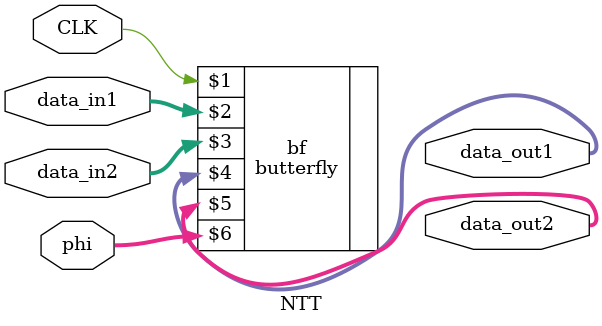
<source format=v>
`timescale 1ns / 1ps


module NTT 
#(parameter W_N = 2,
  parameter MOD = 12289,
  parameter N_NTT_MODULES = 4,
  parameter BIT_WIDTH = 64,
  parameter N_COEFF    = 1024,
  parameter ADDR_WIDTH = $clog2(N_COEFF),
  parameter PHI_FILENAME = ""
)
  (
    input   wire CLK,   
    input   wire [BIT_WIDTH-1:0]  data_in1,
    input   wire [BIT_WIDTH-1:0]  data_in2,
    
    output  wire [BIT_WIDTH-1:0]  data_out1,
    output  wire [BIT_WIDTH-1:0]  data_out2,

    input   wire [BIT_WIDTH-1:0] phi
   );   
    
    //NTT butterfly
    butterfly #(BIT_WIDTH,MOD, ADDR_WIDTH) bf (CLK, data_in1, data_in2, data_out1, data_out2, phi);   

endmodule

</source>
